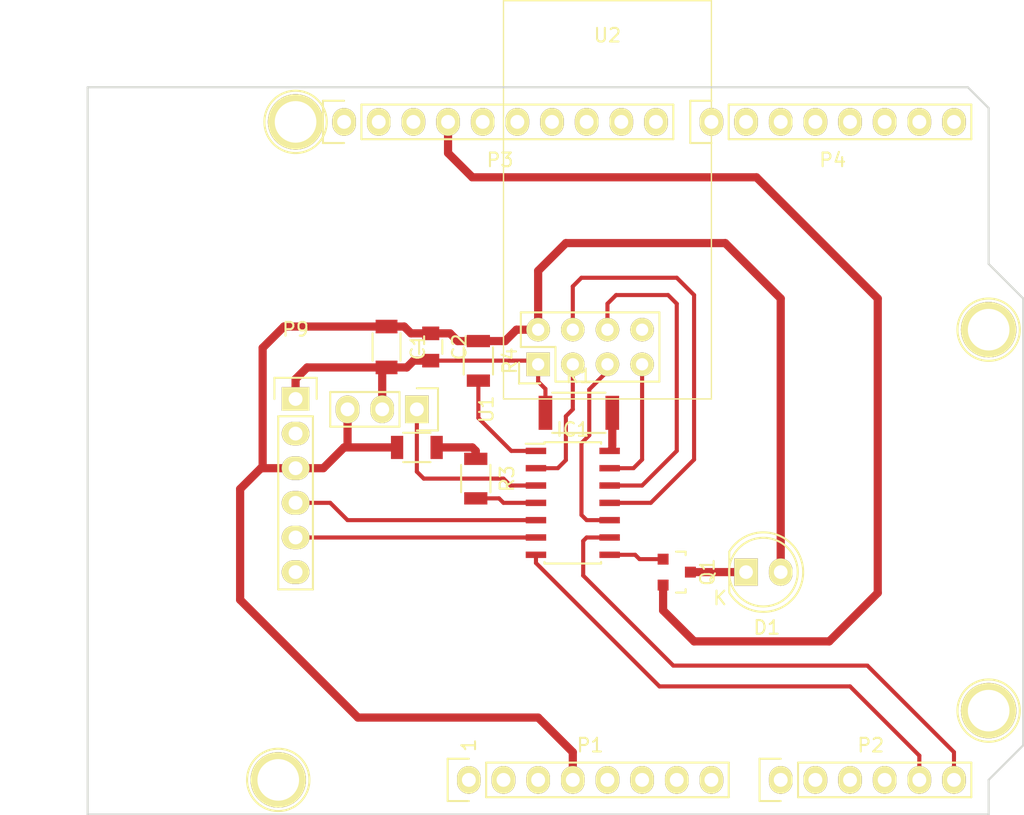
<source format=kicad_pcb>
(kicad_pcb (version 4) (host pcbnew 4.0.1-stable)

  (general
    (links 37)
    (no_connects 7)
    (area 104.572999 65.824999 182.746334 128.194)
    (thickness 1.6)
    (drawings 27)
    (tracks 120)
    (zones 0)
    (modules 20)
    (nets 19)
  )

  (page USLetter)
  (title_block
    (title ATtiny841UnoTestShield)
    (date 2016-11-29)
    (rev A)
    (company "MITTO DESIGN LLC")
    (comment 1 "Matthew Swarts")
  )

  (layers
    (0 F.Cu signal)
    (31 B.Cu signal)
    (32 B.Adhes user)
    (33 F.Adhes user)
    (34 B.Paste user)
    (35 F.Paste user)
    (36 B.SilkS user)
    (37 F.SilkS user)
    (38 B.Mask user)
    (39 F.Mask user)
    (40 Dwgs.User user)
    (41 Cmts.User user)
    (42 Eco1.User user)
    (43 Eco2.User user)
    (44 Edge.Cuts user)
    (45 Margin user)
    (46 B.CrtYd user)
    (47 F.CrtYd user)
    (48 B.Fab user)
    (49 F.Fab user)
  )

  (setup
    (last_trace_width 0.6)
    (user_trace_width 0.6)
    (trace_clearance 0.8)
    (zone_clearance 0.508)
    (zone_45_only no)
    (trace_min 0.2)
    (segment_width 0.15)
    (edge_width 0.15)
    (via_size 0.6)
    (via_drill 0.4)
    (via_min_size 0.4)
    (via_min_drill 0.3)
    (uvia_size 0.3)
    (uvia_drill 0.1)
    (uvias_allowed no)
    (uvia_min_size 0.2)
    (uvia_min_drill 0.1)
    (pcb_text_width 0.3)
    (pcb_text_size 1.5 1.5)
    (mod_edge_width 0.15)
    (mod_text_size 1 1)
    (mod_text_width 0.15)
    (pad_size 2 1.7272)
    (pad_drill 1.00076)
    (pad_to_mask_clearance 0)
    (aux_axis_origin 110.998 126.365)
    (grid_origin 110.998 126.365)
    (visible_elements 7FFFFFFF)
    (pcbplotparams
      (layerselection 0x01000_00000001)
      (usegerberextensions false)
      (excludeedgelayer true)
      (linewidth 0.100000)
      (plotframeref false)
      (viasonmask false)
      (mode 1)
      (useauxorigin false)
      (hpglpennumber 1)
      (hpglpenspeed 20)
      (hpglpendiameter 15)
      (hpglpenoverlay 2)
      (psnegative false)
      (psa4output false)
      (plotreference true)
      (plotvalue true)
      (plotinvisibletext false)
      (padsonsilk false)
      (subtractmaskfromsilk false)
      (outputformat 1)
      (mirror false)
      (drillshape 0)
      (scaleselection 1)
      (outputdirectory gerbers/))
  )

  (net 0 "")
  (net 1 GND)
  (net 2 V33)
  (net 3 VCC)
  (net 4 CE)
  (net 5 "Net-(IC1-Pad4)")
  (net 6 TXO)
  (net 7 RXI)
  (net 8 SCL)
  (net 9 RESET)
  (net 10 "Net-(D1-Pad1)")
  (net 11 IRINPUT)
  (net 12 SDA)
  (net 13 IRLED)
  (net 14 SCK_ALT)
  (net 15 SS_ALT)
  (net 16 MOSI_ALT)
  (net 17 MISO_ALT)
  (net 18 "Net-(R2-Pad2)")

  (net_class Default "This is the default net class."
    (clearance 0.8)
    (trace_width 0.3)
    (via_dia 0.6)
    (via_drill 0.4)
    (uvia_dia 0.3)
    (uvia_drill 0.1)
    (add_net CE)
    (add_net GND)
    (add_net IRINPUT)
    (add_net IRLED)
    (add_net MISO_ALT)
    (add_net MOSI_ALT)
    (add_net "Net-(D1-Pad1)")
    (add_net "Net-(IC1-Pad4)")
    (add_net "Net-(R2-Pad2)")
    (add_net RESET)
    (add_net RXI)
    (add_net SCK_ALT)
    (add_net SCL)
    (add_net SDA)
    (add_net SS_ALT)
    (add_net TXO)
    (add_net V33)
    (add_net VCC)
  )

  (module Socket_Arduino_Uno:Socket_Strip_Arduino_1x08 locked (layer F.Cu) (tedit 552168D2) (tstamp 551AF9EA)
    (at 138.938 123.825)
    (descr "Through hole socket strip")
    (tags "socket strip")
    (path /56D70129)
    (fp_text reference P1 (at 8.89 -2.54) (layer F.SilkS)
      (effects (font (size 1 1) (thickness 0.15)))
    )
    (fp_text value Power (at 8.89 -4.064) (layer F.Fab)
      (effects (font (size 1 1) (thickness 0.15)))
    )
    (fp_line (start -1.75 -1.75) (end -1.75 1.75) (layer F.CrtYd) (width 0.05))
    (fp_line (start 19.55 -1.75) (end 19.55 1.75) (layer F.CrtYd) (width 0.05))
    (fp_line (start -1.75 -1.75) (end 19.55 -1.75) (layer F.CrtYd) (width 0.05))
    (fp_line (start -1.75 1.75) (end 19.55 1.75) (layer F.CrtYd) (width 0.05))
    (fp_line (start 1.27 1.27) (end 19.05 1.27) (layer F.SilkS) (width 0.15))
    (fp_line (start 19.05 1.27) (end 19.05 -1.27) (layer F.SilkS) (width 0.15))
    (fp_line (start 19.05 -1.27) (end 1.27 -1.27) (layer F.SilkS) (width 0.15))
    (fp_line (start -1.55 1.55) (end 0 1.55) (layer F.SilkS) (width 0.15))
    (fp_line (start 1.27 1.27) (end 1.27 -1.27) (layer F.SilkS) (width 0.15))
    (fp_line (start 0 -1.55) (end -1.55 -1.55) (layer F.SilkS) (width 0.15))
    (fp_line (start -1.55 -1.55) (end -1.55 1.55) (layer F.SilkS) (width 0.15))
    (pad 1 thru_hole oval (at 0 0) (size 1.7272 2.032) (drill 1.016) (layers *.Cu *.Mask F.SilkS))
    (pad 2 thru_hole oval (at 2.54 0) (size 1.7272 2.032) (drill 1.016) (layers *.Cu *.Mask F.SilkS))
    (pad 3 thru_hole oval (at 5.08 0) (size 1.7272 2.032) (drill 1.016) (layers *.Cu *.Mask F.SilkS)
      (net 9 RESET))
    (pad 4 thru_hole oval (at 7.62 0) (size 1.7272 2.032) (drill 1.016) (layers *.Cu *.Mask F.SilkS)
      (net 2 V33))
    (pad 5 thru_hole oval (at 10.16 0) (size 1.7272 2.032) (drill 1.016) (layers *.Cu *.Mask F.SilkS)
      (net 3 VCC))
    (pad 6 thru_hole oval (at 12.7 0) (size 1.7272 2.032) (drill 1.016) (layers *.Cu *.Mask F.SilkS)
      (net 1 GND))
    (pad 7 thru_hole oval (at 15.24 0) (size 1.7272 2.032) (drill 1.016) (layers *.Cu *.Mask F.SilkS)
      (net 1 GND))
    (pad 8 thru_hole oval (at 17.78 0) (size 1.7272 2.032) (drill 1.016) (layers *.Cu *.Mask F.SilkS))
    (model ${KIPRJMOD}/Socket_Arduino_Uno.3dshapes/Socket_header_Arduino_1x08.wrl
      (at (xyz 0.35 0 0))
      (scale (xyz 1 1 1))
      (rotate (xyz 0 0 180))
    )
  )

  (module Socket_Arduino_Uno:Socket_Strip_Arduino_1x06 locked (layer F.Cu) (tedit 552168D6) (tstamp 551AF9FF)
    (at 161.798 123.825)
    (descr "Through hole socket strip")
    (tags "socket strip")
    (path /56D70DD8)
    (fp_text reference P2 (at 6.604 -2.54) (layer F.SilkS)
      (effects (font (size 1 1) (thickness 0.15)))
    )
    (fp_text value Analog (at 6.604 -4.064) (layer F.Fab)
      (effects (font (size 1 1) (thickness 0.15)))
    )
    (fp_line (start -1.75 -1.75) (end -1.75 1.75) (layer F.CrtYd) (width 0.05))
    (fp_line (start 14.45 -1.75) (end 14.45 1.75) (layer F.CrtYd) (width 0.05))
    (fp_line (start -1.75 -1.75) (end 14.45 -1.75) (layer F.CrtYd) (width 0.05))
    (fp_line (start -1.75 1.75) (end 14.45 1.75) (layer F.CrtYd) (width 0.05))
    (fp_line (start 1.27 1.27) (end 13.97 1.27) (layer F.SilkS) (width 0.15))
    (fp_line (start 13.97 1.27) (end 13.97 -1.27) (layer F.SilkS) (width 0.15))
    (fp_line (start 13.97 -1.27) (end 1.27 -1.27) (layer F.SilkS) (width 0.15))
    (fp_line (start -1.55 1.55) (end 0 1.55) (layer F.SilkS) (width 0.15))
    (fp_line (start 1.27 1.27) (end 1.27 -1.27) (layer F.SilkS) (width 0.15))
    (fp_line (start 0 -1.55) (end -1.55 -1.55) (layer F.SilkS) (width 0.15))
    (fp_line (start -1.55 -1.55) (end -1.55 1.55) (layer F.SilkS) (width 0.15))
    (pad 1 thru_hole oval (at 0 0) (size 1.7272 2.032) (drill 1.016) (layers *.Cu *.Mask F.SilkS))
    (pad 2 thru_hole oval (at 2.54 0) (size 1.7272 2.032) (drill 1.016) (layers *.Cu *.Mask F.SilkS))
    (pad 3 thru_hole oval (at 5.08 0) (size 1.7272 2.032) (drill 1.016) (layers *.Cu *.Mask F.SilkS))
    (pad 4 thru_hole oval (at 7.62 0) (size 1.7272 2.032) (drill 1.016) (layers *.Cu *.Mask F.SilkS))
    (pad 5 thru_hole oval (at 10.16 0) (size 1.7272 2.032) (drill 1.016) (layers *.Cu *.Mask F.SilkS)
      (net 12 SDA))
    (pad 6 thru_hole oval (at 12.7 0) (size 1.7272 2.032) (drill 1.016) (layers *.Cu *.Mask F.SilkS)
      (net 8 SCL))
    (model ${KIPRJMOD}/Socket_Arduino_Uno.3dshapes/Socket_header_Arduino_1x06.wrl
      (at (xyz 0.25 0 0))
      (scale (xyz 1 1 1))
      (rotate (xyz 0 0 180))
    )
  )

  (module Socket_Arduino_Uno:Socket_Strip_Arduino_1x10 locked (layer F.Cu) (tedit 552168BF) (tstamp 551AFA18)
    (at 129.794 75.565)
    (descr "Through hole socket strip")
    (tags "socket strip")
    (path /56D721E0)
    (fp_text reference P3 (at 11.43 2.794) (layer F.SilkS)
      (effects (font (size 1 1) (thickness 0.15)))
    )
    (fp_text value Digital (at 11.43 4.318) (layer F.Fab)
      (effects (font (size 1 1) (thickness 0.15)))
    )
    (fp_line (start -1.75 -1.75) (end -1.75 1.75) (layer F.CrtYd) (width 0.05))
    (fp_line (start 24.65 -1.75) (end 24.65 1.75) (layer F.CrtYd) (width 0.05))
    (fp_line (start -1.75 -1.75) (end 24.65 -1.75) (layer F.CrtYd) (width 0.05))
    (fp_line (start -1.75 1.75) (end 24.65 1.75) (layer F.CrtYd) (width 0.05))
    (fp_line (start 1.27 1.27) (end 24.13 1.27) (layer F.SilkS) (width 0.15))
    (fp_line (start 24.13 1.27) (end 24.13 -1.27) (layer F.SilkS) (width 0.15))
    (fp_line (start 24.13 -1.27) (end 1.27 -1.27) (layer F.SilkS) (width 0.15))
    (fp_line (start -1.55 1.55) (end 0 1.55) (layer F.SilkS) (width 0.15))
    (fp_line (start 1.27 1.27) (end 1.27 -1.27) (layer F.SilkS) (width 0.15))
    (fp_line (start 0 -1.55) (end -1.55 -1.55) (layer F.SilkS) (width 0.15))
    (fp_line (start -1.55 -1.55) (end -1.55 1.55) (layer F.SilkS) (width 0.15))
    (pad 1 thru_hole oval (at 0 0) (size 1.7272 2.032) (drill 1.016) (layers *.Cu *.Mask F.SilkS)
      (net 8 SCL))
    (pad 2 thru_hole oval (at 2.54 0) (size 1.7272 2.032) (drill 1.016) (layers *.Cu *.Mask F.SilkS)
      (net 12 SDA))
    (pad 3 thru_hole oval (at 5.08 0) (size 1.7272 2.032) (drill 1.016) (layers *.Cu *.Mask F.SilkS))
    (pad 4 thru_hole oval (at 7.62 0) (size 1.7272 2.032) (drill 1.016) (layers *.Cu *.Mask F.SilkS)
      (net 1 GND))
    (pad 5 thru_hole oval (at 10.16 0) (size 1.7272 2.032) (drill 1.016) (layers *.Cu *.Mask F.SilkS))
    (pad 6 thru_hole oval (at 12.7 0) (size 1.7272 2.032) (drill 1.016) (layers *.Cu *.Mask F.SilkS))
    (pad 7 thru_hole oval (at 15.24 0) (size 1.7272 2.032) (drill 1.016) (layers *.Cu *.Mask F.SilkS))
    (pad 8 thru_hole oval (at 17.78 0) (size 1.7272 2.032) (drill 1.016) (layers *.Cu *.Mask F.SilkS))
    (pad 9 thru_hole oval (at 20.32 0) (size 1.7272 2.032) (drill 1.016) (layers *.Cu *.Mask F.SilkS))
    (pad 10 thru_hole oval (at 22.86 0) (size 1.7272 2.032) (drill 1.016) (layers *.Cu *.Mask F.SilkS))
    (model ${KIPRJMOD}/Socket_Arduino_Uno.3dshapes/Socket_header_Arduino_1x10.wrl
      (at (xyz 0.45 0 0))
      (scale (xyz 1 1 1))
      (rotate (xyz 0 0 180))
    )
  )

  (module Socket_Arduino_Uno:Socket_Strip_Arduino_1x08 locked (layer F.Cu) (tedit 552168C7) (tstamp 551AFA2F)
    (at 156.718 75.565)
    (descr "Through hole socket strip")
    (tags "socket strip")
    (path /56D7164F)
    (fp_text reference P4 (at 8.89 2.794) (layer F.SilkS)
      (effects (font (size 1 1) (thickness 0.15)))
    )
    (fp_text value Digital (at 8.89 4.318) (layer F.Fab)
      (effects (font (size 1 1) (thickness 0.15)))
    )
    (fp_line (start -1.75 -1.75) (end -1.75 1.75) (layer F.CrtYd) (width 0.05))
    (fp_line (start 19.55 -1.75) (end 19.55 1.75) (layer F.CrtYd) (width 0.05))
    (fp_line (start -1.75 -1.75) (end 19.55 -1.75) (layer F.CrtYd) (width 0.05))
    (fp_line (start -1.75 1.75) (end 19.55 1.75) (layer F.CrtYd) (width 0.05))
    (fp_line (start 1.27 1.27) (end 19.05 1.27) (layer F.SilkS) (width 0.15))
    (fp_line (start 19.05 1.27) (end 19.05 -1.27) (layer F.SilkS) (width 0.15))
    (fp_line (start 19.05 -1.27) (end 1.27 -1.27) (layer F.SilkS) (width 0.15))
    (fp_line (start -1.55 1.55) (end 0 1.55) (layer F.SilkS) (width 0.15))
    (fp_line (start 1.27 1.27) (end 1.27 -1.27) (layer F.SilkS) (width 0.15))
    (fp_line (start 0 -1.55) (end -1.55 -1.55) (layer F.SilkS) (width 0.15))
    (fp_line (start -1.55 -1.55) (end -1.55 1.55) (layer F.SilkS) (width 0.15))
    (pad 1 thru_hole oval (at 0 0) (size 1.7272 2.032) (drill 1.016) (layers *.Cu *.Mask F.SilkS))
    (pad 2 thru_hole oval (at 2.54 0) (size 1.7272 2.032) (drill 1.016) (layers *.Cu *.Mask F.SilkS))
    (pad 3 thru_hole oval (at 5.08 0) (size 1.7272 2.032) (drill 1.016) (layers *.Cu *.Mask F.SilkS))
    (pad 4 thru_hole oval (at 7.62 0) (size 1.7272 2.032) (drill 1.016) (layers *.Cu *.Mask F.SilkS))
    (pad 5 thru_hole oval (at 10.16 0) (size 1.7272 2.032) (drill 1.016) (layers *.Cu *.Mask F.SilkS))
    (pad 6 thru_hole oval (at 12.7 0) (size 1.7272 2.032) (drill 1.016) (layers *.Cu *.Mask F.SilkS))
    (pad 7 thru_hole oval (at 15.24 0) (size 1.7272 2.032) (drill 1.016) (layers *.Cu *.Mask F.SilkS))
    (pad 8 thru_hole oval (at 17.78 0) (size 1.7272 2.032) (drill 1.016) (layers *.Cu *.Mask F.SilkS))
    (model ${KIPRJMOD}/Socket_Arduino_Uno.3dshapes/Socket_header_Arduino_1x08.wrl
      (at (xyz 0.35 0 0))
      (scale (xyz 1 1 1))
      (rotate (xyz 0 0 180))
    )
  )

  (module Socket_Arduino_Uno:Arduino_1pin locked (layer F.Cu) (tedit 5524FC39) (tstamp 5524FC3F)
    (at 124.968 123.825)
    (descr "module 1 pin (ou trou mecanique de percage)")
    (tags DEV)
    (path /56D71177)
    (fp_text reference P5 (at 0 -3.048) (layer F.SilkS) hide
      (effects (font (size 1 1) (thickness 0.15)))
    )
    (fp_text value CONN_01X01 (at 0 2.794) (layer F.Fab) hide
      (effects (font (size 1 1) (thickness 0.15)))
    )
    (fp_circle (center 0 0) (end 0 -2.286) (layer F.SilkS) (width 0.15))
    (pad 1 thru_hole circle (at 0 0) (size 4.064 4.064) (drill 3.048) (layers *.Cu *.Mask F.SilkS))
  )

  (module Socket_Arduino_Uno:Arduino_1pin locked (layer F.Cu) (tedit 5524FC4A) (tstamp 5524FC44)
    (at 177.038 118.745)
    (descr "module 1 pin (ou trou mecanique de percage)")
    (tags DEV)
    (path /56D71274)
    (fp_text reference P6 (at 0 -3.048) (layer F.SilkS) hide
      (effects (font (size 1 1) (thickness 0.15)))
    )
    (fp_text value CONN_01X01 (at 0 2.794) (layer F.Fab) hide
      (effects (font (size 1 1) (thickness 0.15)))
    )
    (fp_circle (center 0 0) (end 0 -2.286) (layer F.SilkS) (width 0.15))
    (pad 1 thru_hole circle (at 0 0) (size 4.064 4.064) (drill 3.048) (layers *.Cu *.Mask F.SilkS))
  )

  (module Socket_Arduino_Uno:Arduino_1pin locked (layer F.Cu) (tedit 5524FC2F) (tstamp 5524FC49)
    (at 126.238 75.565)
    (descr "module 1 pin (ou trou mecanique de percage)")
    (tags DEV)
    (path /56D712A8)
    (fp_text reference P7 (at 0 -3.048) (layer F.SilkS) hide
      (effects (font (size 1 1) (thickness 0.15)))
    )
    (fp_text value CONN_01X01 (at 0 2.794) (layer F.Fab) hide
      (effects (font (size 1 1) (thickness 0.15)))
    )
    (fp_circle (center 0 0) (end 0 -2.286) (layer F.SilkS) (width 0.15))
    (pad 1 thru_hole circle (at 0 0) (size 4.064 4.064) (drill 3.048) (layers *.Cu *.Mask F.SilkS))
  )

  (module Socket_Arduino_Uno:Arduino_1pin locked (layer F.Cu) (tedit 5524FC41) (tstamp 5524FC4E)
    (at 177.038 90.805)
    (descr "module 1 pin (ou trou mecanique de percage)")
    (tags DEV)
    (path /56D712DB)
    (fp_text reference P8 (at 0 -3.048) (layer F.SilkS) hide
      (effects (font (size 1 1) (thickness 0.15)))
    )
    (fp_text value CONN_01X01 (at 0 2.794) (layer F.Fab) hide
      (effects (font (size 1 1) (thickness 0.15)))
    )
    (fp_circle (center 0 0) (end 0 -2.286) (layer F.SilkS) (width 0.15))
    (pad 1 thru_hole circle (at 0 0) (size 4.064 4.064) (drill 3.048) (layers *.Cu *.Mask F.SilkS))
  )

  (module Capacitors_SMD:C_1206 (layer F.Cu) (tedit 5415D7BD) (tstamp 5805C73D)
    (at 132.9055 92.075 270)
    (descr "Capacitor SMD 1206, reflow soldering, AVX (see smccp.pdf)")
    (tags "capacitor 1206")
    (path /5806C88E)
    (attr smd)
    (fp_text reference C1 (at 0 -2.3 270) (layer F.SilkS)
      (effects (font (size 1 1) (thickness 0.15)))
    )
    (fp_text value 10uF (at 0 2.3 270) (layer F.Fab)
      (effects (font (size 1 1) (thickness 0.15)))
    )
    (fp_line (start -2.3 -1.15) (end 2.3 -1.15) (layer F.CrtYd) (width 0.05))
    (fp_line (start -2.3 1.15) (end 2.3 1.15) (layer F.CrtYd) (width 0.05))
    (fp_line (start -2.3 -1.15) (end -2.3 1.15) (layer F.CrtYd) (width 0.05))
    (fp_line (start 2.3 -1.15) (end 2.3 1.15) (layer F.CrtYd) (width 0.05))
    (fp_line (start 1 -1.025) (end -1 -1.025) (layer F.SilkS) (width 0.15))
    (fp_line (start -1 1.025) (end 1 1.025) (layer F.SilkS) (width 0.15))
    (pad 1 smd rect (at -1.5 0 270) (size 1 1.6) (layers F.Cu F.Paste F.Mask)
      (net 2 V33))
    (pad 2 smd rect (at 1.5 0 270) (size 1 1.6) (layers F.Cu F.Paste F.Mask)
      (net 1 GND))
    (model Capacitors_SMD.3dshapes/C_1206.wrl
      (at (xyz 0 0 0))
      (scale (xyz 1 1 1))
      (rotate (xyz 0 0 0))
    )
  )

  (module Capacitors_SMD:C_0805 (layer F.Cu) (tedit 5415D6EA) (tstamp 5805C743)
    (at 136.144 92.075 270)
    (descr "Capacitor SMD 0805, reflow soldering, AVX (see smccp.pdf)")
    (tags "capacitor 0805")
    (path /5806C689)
    (attr smd)
    (fp_text reference C2 (at 0 -2.1 270) (layer F.SilkS)
      (effects (font (size 1 1) (thickness 0.15)))
    )
    (fp_text value 0.1uF (at 0 2.1 270) (layer F.Fab)
      (effects (font (size 1 1) (thickness 0.15)))
    )
    (fp_line (start -1.8 -1) (end 1.8 -1) (layer F.CrtYd) (width 0.05))
    (fp_line (start -1.8 1) (end 1.8 1) (layer F.CrtYd) (width 0.05))
    (fp_line (start -1.8 -1) (end -1.8 1) (layer F.CrtYd) (width 0.05))
    (fp_line (start 1.8 -1) (end 1.8 1) (layer F.CrtYd) (width 0.05))
    (fp_line (start 0.5 -0.85) (end -0.5 -0.85) (layer F.SilkS) (width 0.15))
    (fp_line (start -0.5 0.85) (end 0.5 0.85) (layer F.SilkS) (width 0.15))
    (pad 1 smd rect (at -1 0 270) (size 1 1.25) (layers F.Cu F.Paste F.Mask)
      (net 2 V33))
    (pad 2 smd rect (at 1 0 270) (size 1 1.25) (layers F.Cu F.Paste F.Mask)
      (net 1 GND))
    (model Capacitors_SMD.3dshapes/C_0805.wrl
      (at (xyz 0 0 0))
      (scale (xyz 1 1 1))
      (rotate (xyz 0 0 0))
    )
  )

  (module Pin_Headers:Pin_Header_Straight_1x06 (layer F.Cu) (tedit 0) (tstamp 5805C771)
    (at 126.238 95.885)
    (descr "Through hole pin header")
    (tags "pin header")
    (path /58067939)
    (fp_text reference P9 (at 0 -5.1) (layer F.SilkS)
      (effects (font (size 1 1) (thickness 0.15)))
    )
    (fp_text value FTDI (at 0 -3.1) (layer F.Fab)
      (effects (font (size 1 1) (thickness 0.15)))
    )
    (fp_line (start -1.75 -1.75) (end -1.75 14.45) (layer F.CrtYd) (width 0.05))
    (fp_line (start 1.75 -1.75) (end 1.75 14.45) (layer F.CrtYd) (width 0.05))
    (fp_line (start -1.75 -1.75) (end 1.75 -1.75) (layer F.CrtYd) (width 0.05))
    (fp_line (start -1.75 14.45) (end 1.75 14.45) (layer F.CrtYd) (width 0.05))
    (fp_line (start 1.27 1.27) (end 1.27 13.97) (layer F.SilkS) (width 0.15))
    (fp_line (start 1.27 13.97) (end -1.27 13.97) (layer F.SilkS) (width 0.15))
    (fp_line (start -1.27 13.97) (end -1.27 1.27) (layer F.SilkS) (width 0.15))
    (fp_line (start 1.55 -1.55) (end 1.55 0) (layer F.SilkS) (width 0.15))
    (fp_line (start 1.27 1.27) (end -1.27 1.27) (layer F.SilkS) (width 0.15))
    (fp_line (start -1.55 0) (end -1.55 -1.55) (layer F.SilkS) (width 0.15))
    (fp_line (start -1.55 -1.55) (end 1.55 -1.55) (layer F.SilkS) (width 0.15))
    (pad 1 thru_hole rect (at 0 0) (size 2.032 1.7272) (drill 1.016) (layers *.Cu *.Mask F.SilkS)
      (net 1 GND))
    (pad 2 thru_hole oval (at 0 2.54) (size 2.032 1.7272) (drill 1.016) (layers *.Cu *.Mask F.SilkS))
    (pad 3 thru_hole oval (at 0 5.08) (size 2.032 1.7272) (drill 1.016) (layers *.Cu *.Mask F.SilkS)
      (net 2 V33))
    (pad 4 thru_hole oval (at 0 7.62) (size 2.032 1.7272) (drill 1.016) (layers *.Cu *.Mask F.SilkS)
      (net 6 TXO))
    (pad 5 thru_hole oval (at 0 10.16) (size 2.032 1.7272) (drill 1.016) (layers *.Cu *.Mask F.SilkS)
      (net 7 RXI))
    (pad 6 thru_hole oval (at 0 12.7) (size 2.032 1.7272) (drill 1.016) (layers *.Cu *.Mask F.SilkS))
    (model Pin_Headers.3dshapes/Pin_Header_Straight_1x06.wrl
      (at (xyz 0 -0.25 0))
      (scale (xyz 1 1 1))
      (rotate (xyz 0 0 90))
    )
  )

  (module TO_SOT_Packages_SMD:SOT-23 (layer F.Cu) (tedit 553634F8) (tstamp 5805C782)
    (at 154.178 108.585 270)
    (descr "SOT-23, Standard")
    (tags SOT-23)
    (path /5806D849)
    (attr smd)
    (fp_text reference Q1 (at 0 -2.25 270) (layer F.SilkS)
      (effects (font (size 1 1) (thickness 0.15)))
    )
    (fp_text value BSS138 (at 0 2.3 270) (layer F.Fab)
      (effects (font (size 1 1) (thickness 0.15)))
    )
    (fp_line (start -1.65 -1.6) (end 1.65 -1.6) (layer F.CrtYd) (width 0.05))
    (fp_line (start 1.65 -1.6) (end 1.65 1.6) (layer F.CrtYd) (width 0.05))
    (fp_line (start 1.65 1.6) (end -1.65 1.6) (layer F.CrtYd) (width 0.05))
    (fp_line (start -1.65 1.6) (end -1.65 -1.6) (layer F.CrtYd) (width 0.05))
    (fp_line (start 1.29916 -0.65024) (end 1.2509 -0.65024) (layer F.SilkS) (width 0.15))
    (fp_line (start -1.49982 0.0508) (end -1.49982 -0.65024) (layer F.SilkS) (width 0.15))
    (fp_line (start -1.49982 -0.65024) (end -1.2509 -0.65024) (layer F.SilkS) (width 0.15))
    (fp_line (start 1.29916 -0.65024) (end 1.49982 -0.65024) (layer F.SilkS) (width 0.15))
    (fp_line (start 1.49982 -0.65024) (end 1.49982 0.0508) (layer F.SilkS) (width 0.15))
    (pad 1 smd rect (at -0.95 1.00076 270) (size 0.8001 0.8001) (layers F.Cu F.Paste F.Mask)
      (net 13 IRLED))
    (pad 2 smd rect (at 0.95 1.00076 270) (size 0.8001 0.8001) (layers F.Cu F.Paste F.Mask)
      (net 1 GND))
    (pad 3 smd rect (at 0 -0.99822 270) (size 0.8001 0.8001) (layers F.Cu F.Paste F.Mask)
      (net 10 "Net-(D1-Pad1)"))
    (model TO_SOT_Packages_SMD.3dshapes/SOT-23.wrl
      (at (xyz 0 0 0))
      (scale (xyz 1 1 1))
      (rotate (xyz 0 0 0))
    )
  )

  (module Resistors_SMD:R_1206 (layer F.Cu) (tedit 5415CFA7) (tstamp 5805C794)
    (at 139.446 101.727 270)
    (descr "Resistor SMD 1206, reflow soldering, Vishay (see dcrcw.pdf)")
    (tags "resistor 1206")
    (path /58068291)
    (attr smd)
    (fp_text reference R3 (at 0 -2.3 270) (layer F.SilkS)
      (effects (font (size 1 1) (thickness 0.15)))
    )
    (fp_text value 10K (at 0 2.3 270) (layer F.Fab)
      (effects (font (size 1 1) (thickness 0.15)))
    )
    (fp_line (start -2.2 -1.2) (end 2.2 -1.2) (layer F.CrtYd) (width 0.05))
    (fp_line (start -2.2 1.2) (end 2.2 1.2) (layer F.CrtYd) (width 0.05))
    (fp_line (start -2.2 -1.2) (end -2.2 1.2) (layer F.CrtYd) (width 0.05))
    (fp_line (start 2.2 -1.2) (end 2.2 1.2) (layer F.CrtYd) (width 0.05))
    (fp_line (start 1 1.075) (end -1 1.075) (layer F.SilkS) (width 0.15))
    (fp_line (start -1 -1.075) (end 1 -1.075) (layer F.SilkS) (width 0.15))
    (pad 1 smd rect (at -1.45 0 270) (size 0.9 1.7) (layers F.Cu F.Paste F.Mask)
      (net 18 "Net-(R2-Pad2)"))
    (pad 2 smd rect (at 1.45 0 270) (size 0.9 1.7) (layers F.Cu F.Paste F.Mask)
      (net 5 "Net-(IC1-Pad4)"))
    (model Resistors_SMD.3dshapes/R_1206.wrl
      (at (xyz 0 0 0))
      (scale (xyz 1 1 1))
      (rotate (xyz 0 0 0))
    )
  )

  (module Pin_Headers:Pin_Header_Straight_1x03 (layer F.Cu) (tedit 58060E3A) (tstamp 5805C79B)
    (at 135.128 96.647 270)
    (descr "Through hole pin header")
    (tags "pin header")
    (path /5806EC28)
    (fp_text reference U1 (at 0 -5.1 270) (layer F.SilkS)
      (effects (font (size 1 1) (thickness 0.15)))
    )
    (fp_text value VS18388 (at 0 -3.1 270) (layer F.Fab)
      (effects (font (size 1 1) (thickness 0.15)))
    )
    (fp_line (start -1.75 -1.75) (end -1.75 6.85) (layer F.CrtYd) (width 0.05))
    (fp_line (start 1.75 -1.75) (end 1.75 6.85) (layer F.CrtYd) (width 0.05))
    (fp_line (start -1.75 -1.75) (end 1.75 -1.75) (layer F.CrtYd) (width 0.05))
    (fp_line (start -1.75 6.85) (end 1.75 6.85) (layer F.CrtYd) (width 0.05))
    (fp_line (start -1.27 1.27) (end -1.27 6.35) (layer F.SilkS) (width 0.15))
    (fp_line (start -1.27 6.35) (end 1.27 6.35) (layer F.SilkS) (width 0.15))
    (fp_line (start 1.27 6.35) (end 1.27 1.27) (layer F.SilkS) (width 0.15))
    (fp_line (start 1.55 -1.55) (end 1.55 0) (layer F.SilkS) (width 0.15))
    (fp_line (start 1.27 1.27) (end -1.27 1.27) (layer F.SilkS) (width 0.15))
    (fp_line (start -1.55 0) (end -1.55 -1.55) (layer F.SilkS) (width 0.15))
    (fp_line (start -1.55 -1.55) (end 1.55 -1.55) (layer F.SilkS) (width 0.15))
    (pad 1 thru_hole rect (at 0 0 270) (size 2.032 1.7272) (drill 1.016) (layers *.Cu *.Mask F.SilkS)
      (net 11 IRINPUT))
    (pad 2 thru_hole oval (at 0 2.54 270) (size 2.032 1.7272) (drill 1.016) (layers *.Cu *.Mask F.SilkS)
      (net 1 GND))
    (pad 3 thru_hole oval (at 0 5.08 270) (size 2.032 1.7272) (drill 1.016) (layers *.Cu *.Mask F.SilkS)
      (net 2 V33))
    (model Pin_Headers.3dshapes/Pin_Header_Straight_1x03.wrl
      (at (xyz 0 -0.1 0))
      (scale (xyz 1 1 1))
      (rotate (xyz 0 0 90))
    )
  )

  (module MyKiCadParts:NRF24L01+ (layer F.Cu) (tedit 57EBA68D) (tstamp 5805C7A7)
    (at 144.018 93.345 90)
    (descr "Through hole pin header")
    (tags "pin header")
    (path /5806A8A5)
    (fp_text reference U2 (at 24.13 5.08 180) (layer F.SilkS)
      (effects (font (size 1 1) (thickness 0.15)))
    )
    (fp_text value NRF24L01+ (at 25.4 5.08 180) (layer F.Fab)
      (effects (font (size 1 1) (thickness 0.15)))
    )
    (fp_line (start -2.54 -2.54) (end 26.67 -2.54) (layer F.SilkS) (width 0.1))
    (fp_line (start 26.67 -2.54) (end 26.67 12.7) (layer F.SilkS) (width 0.1))
    (fp_line (start 26.67 12.7) (end -2.54 12.7) (layer F.SilkS) (width 0.1))
    (fp_line (start -2.54 -2.54) (end -2.54 12.7) (layer F.SilkS) (width 0.1))
    (fp_line (start -1.75 -1.75) (end -1.75 9.4) (layer F.CrtYd) (width 0.05))
    (fp_line (start 4.3 -1.75) (end 4.3 9.4) (layer F.CrtYd) (width 0.05))
    (fp_line (start -1.75 -1.75) (end 4.3 -1.75) (layer F.CrtYd) (width 0.05))
    (fp_line (start -1.75 9.4) (end 4.3 9.4) (layer F.CrtYd) (width 0.05))
    (fp_line (start -1.27 1.27) (end -1.27 8.89) (layer F.SilkS) (width 0.15))
    (fp_line (start -1.27 8.89) (end 3.81 8.89) (layer F.SilkS) (width 0.15))
    (fp_line (start 3.81 8.89) (end 3.81 -1.27) (layer F.SilkS) (width 0.15))
    (fp_line (start 3.81 -1.27) (end 1.27 -1.27) (layer F.SilkS) (width 0.15))
    (fp_line (start 0.127 -1.3976) (end -1.423 -1.3976) (layer F.SilkS) (width 0.15))
    (fp_line (start 1.27 -1.27) (end 1.27 1.27) (layer F.SilkS) (width 0.15))
    (fp_line (start 1.27 1.27) (end -1.27 1.27) (layer F.SilkS) (width 0.15))
    (fp_line (start -1.3976 -1.3976) (end -1.3976 0.1524) (layer F.SilkS) (width 0.15))
    (pad 1 thru_hole rect (at 0 0 90) (size 1.7272 1.7272) (drill 0.9) (layers *.Cu *.Mask F.SilkS)
      (net 1 GND))
    (pad 2 thru_hole oval (at 2.54 0 90) (size 1.7272 1.7272) (drill 0.9) (layers *.Cu *.Mask F.SilkS)
      (net 2 V33))
    (pad 3 thru_hole oval (at 0 2.54 90) (size 1.7272 1.7272) (drill 0.9) (layers *.Cu *.Mask F.SilkS)
      (net 4 CE))
    (pad 4 thru_hole oval (at 2.54 2.54 90) (size 1.7272 1.7272) (drill 0.9) (layers *.Cu *.Mask F.SilkS)
      (net 15 SS_ALT))
    (pad 5 thru_hole oval (at 0 5.08 90) (size 1.7272 1.7272) (drill 0.9) (layers *.Cu *.Mask F.SilkS)
      (net 14 SCK_ALT))
    (pad 6 thru_hole oval (at 2.54 5.08 90) (size 1.7272 1.7272) (drill 0.9) (layers *.Cu *.Mask F.SilkS)
      (net 16 MOSI_ALT))
    (pad 7 thru_hole oval (at 0 7.62 90) (size 1.7272 1.7272) (drill 0.9) (layers *.Cu *.Mask F.SilkS)
      (net 17 MISO_ALT))
    (pad 8 thru_hole oval (at 2.54 7.62 90) (size 1.7272 1.7272) (drill 0.9) (layers *.Cu *.Mask F.SilkS))
    (model Pin_Headers.3dshapes/Pin_Header_Straight_2x04.wrl
      (at (xyz 0.05 -0.15 0))
      (scale (xyz 1 1 1))
      (rotate (xyz 0 0 90))
    )
  )

  (module LEDs:LED-5MM (layer F.Cu) (tedit 58060E50) (tstamp 5805C8BA)
    (at 159.258 108.585)
    (descr "LED 5mm round vertical")
    (tags "LED 5mm round vertical")
    (path /5806D892)
    (fp_text reference D1 (at 1.524 4.064) (layer F.SilkS)
      (effects (font (size 1 1) (thickness 0.15)))
    )
    (fp_text value LED (at 1.524 -3.937) (layer F.Fab)
      (effects (font (size 1 1) (thickness 0.15)))
    )
    (fp_line (start -1.5 -1.55) (end -1.5 1.55) (layer F.CrtYd) (width 0.05))
    (fp_arc (start 1.3 0) (end -1.5 1.55) (angle -302) (layer F.CrtYd) (width 0.05))
    (fp_arc (start 1.27 0) (end -1.23 -1.5) (angle 297.5) (layer F.SilkS) (width 0.15))
    (fp_line (start -1.23 1.5) (end -1.23 -1.5) (layer F.SilkS) (width 0.15))
    (fp_circle (center 1.27 0) (end 0.97 -2.5) (layer F.SilkS) (width 0.15))
    (fp_text user K (at -1.905 1.905) (layer F.SilkS)
      (effects (font (size 1 1) (thickness 0.15)))
    )
    (pad 1 thru_hole rect (at 0 0 90) (size 2 1.7272) (drill 1.00076) (layers *.Cu *.Mask F.SilkS)
      (net 10 "Net-(D1-Pad1)"))
    (pad 2 thru_hole oval (at 2.54 0) (size 1.7272 2) (drill 1.00076) (layers *.Cu *.Mask F.SilkS)
      (net 2 V33))
    (model LEDs.3dshapes/LED-5MM.wrl
      (at (xyz 0.05 0 0))
      (scale (xyz 1 1 1))
      (rotate (xyz 0 0 90))
    )
  )

  (module MyKiCadParts:SOIC-14-N-80 (layer F.Cu) (tedit 58078F02) (tstamp 583DF093)
    (at 146.558 103.505)
    (descr "14-Lead Plastic Small Outline (SL) - Narrow, 3.90 mm Body [SOIC] (see Microchip Packaging Specification 00000049BS.pdf)")
    (tags "SOIC 1.27 0.8mm")
    (path /580676EB)
    (attr smd)
    (fp_text reference IC1 (at 0 -5.375) (layer F.SilkS)
      (effects (font (size 1 1) (thickness 0.15)))
    )
    (fp_text value ATTINY841-SSU (at 0 5.375) (layer F.Fab)
      (effects (font (size 1 1) (thickness 0.15)))
    )
    (fp_line (start -3.7 -4.65) (end -3.7 4.65) (layer F.CrtYd) (width 0.05))
    (fp_line (start 3.7 -4.65) (end 3.7 4.65) (layer F.CrtYd) (width 0.05))
    (fp_line (start -3.7 -4.65) (end 3.7 -4.65) (layer F.CrtYd) (width 0.05))
    (fp_line (start -3.7 4.65) (end 3.7 4.65) (layer F.CrtYd) (width 0.05))
    (fp_line (start -2.075 -4.45) (end -2.075 -4.335) (layer F.SilkS) (width 0.15))
    (fp_line (start 2.075 -4.45) (end 2.075 -4.335) (layer F.SilkS) (width 0.15))
    (fp_line (start 2.075 4.45) (end 2.075 4.335) (layer F.SilkS) (width 0.15))
    (fp_line (start -2.075 4.45) (end -2.075 4.335) (layer F.SilkS) (width 0.15))
    (fp_line (start -2.075 -4.45) (end 2.075 -4.45) (layer F.SilkS) (width 0.15))
    (fp_line (start -2.075 4.45) (end 2.075 4.45) (layer F.SilkS) (width 0.15))
    (fp_line (start -2.075 -4.335) (end -3.45 -4.335) (layer F.SilkS) (width 0.15))
    (pad 1 smd rect (at -2.7 -3.81) (size 1.5 0.47) (layers F.Cu F.Paste F.Mask)
      (net 2 V33))
    (pad 2 smd rect (at -2.7 -2.54) (size 1.5 0.47) (layers F.Cu F.Paste F.Mask)
      (net 4 CE))
    (pad 3 smd rect (at -2.7 -1.27) (size 1.5 0.47) (layers F.Cu F.Paste F.Mask)
      (net 11 IRINPUT))
    (pad 4 smd rect (at -2.7 0) (size 1.5 0.47) (layers F.Cu F.Paste F.Mask)
      (net 5 "Net-(IC1-Pad4)"))
    (pad 5 smd rect (at -2.7 1.27) (size 1.5 0.47) (layers F.Cu F.Paste F.Mask)
      (net 6 TXO))
    (pad 6 smd rect (at -2.7 2.54) (size 1.5 0.47) (layers F.Cu F.Paste F.Mask)
      (net 7 RXI))
    (pad 7 smd rect (at -2.7 3.81) (size 1.5 0.47) (layers F.Cu F.Paste F.Mask)
      (net 12 SDA))
    (pad 8 smd rect (at 2.7 3.81) (size 1.5 0.47) (layers F.Cu F.Paste F.Mask)
      (net 13 IRLED))
    (pad 9 smd rect (at 2.7 2.54) (size 1.5 0.47) (layers F.Cu F.Paste F.Mask)
      (net 8 SCL))
    (pad 10 smd rect (at 2.7 1.27) (size 1.5 0.47) (layers F.Cu F.Paste F.Mask)
      (net 14 SCK_ALT))
    (pad 11 smd rect (at 2.7 0) (size 1.5 0.47) (layers F.Cu F.Paste F.Mask)
      (net 15 SS_ALT))
    (pad 12 smd rect (at 2.7 -1.27) (size 1.5 0.47) (layers F.Cu F.Paste F.Mask)
      (net 16 MOSI_ALT))
    (pad 13 smd rect (at 2.7 -2.54) (size 1.5 0.47) (layers F.Cu F.Paste F.Mask)
      (net 17 MISO_ALT))
    (pad 14 smd rect (at 2.7 -3.81) (size 1.5 0.47) (layers F.Cu F.Paste F.Mask)
      (net 1 GND))
    (model Housings_SOIC.3dshapes/SOIC-14_3.9x8.7mm_Pitch1.27mm.wrl
      (at (xyz 0 0 0))
      (scale (xyz 1 1 1))
      (rotate (xyz 0 0 0))
    )
  )

  (module Resistors_SMD:R_2010 (layer F.Cu) (tedit 5415D342) (tstamp 583E01E3)
    (at 147.0025 96.901)
    (descr "Resistor SMD 2010, reflow soldering, Vishay (see dcrcw.pdf)")
    (tags "resistor 2010")
    (path /583F2F95)
    (attr smd)
    (fp_text reference R1 (at 0 -2.7) (layer F.SilkS)
      (effects (font (size 1 1) (thickness 0.15)))
    )
    (fp_text value 0 (at 0 2.7) (layer F.Fab)
      (effects (font (size 1 1) (thickness 0.15)))
    )
    (fp_line (start -3.25 -1.6) (end 3.25 -1.6) (layer F.CrtYd) (width 0.05))
    (fp_line (start -3.25 1.6) (end 3.25 1.6) (layer F.CrtYd) (width 0.05))
    (fp_line (start -3.25 -1.6) (end -3.25 1.6) (layer F.CrtYd) (width 0.05))
    (fp_line (start 3.25 -1.6) (end 3.25 1.6) (layer F.CrtYd) (width 0.05))
    (fp_line (start 1.95 1.475) (end -1.95 1.475) (layer F.SilkS) (width 0.15))
    (fp_line (start -1.95 -1.475) (end 1.95 -1.475) (layer F.SilkS) (width 0.15))
    (pad 1 smd rect (at -2.45 0) (size 1 2.5) (layers F.Cu F.Paste F.Mask)
      (net 1 GND))
    (pad 2 smd rect (at 2.45 0) (size 1 2.5) (layers F.Cu F.Paste F.Mask)
      (net 1 GND))
    (model Resistors_SMD.3dshapes/R_2010.wrl
      (at (xyz 0 0 0))
      (scale (xyz 1 1 1))
      (rotate (xyz 0 0 0))
    )
  )

  (module Resistors_SMD:R_1206 (layer F.Cu) (tedit 5415CFA7) (tstamp 583E01E9)
    (at 135.128 99.441)
    (descr "Resistor SMD 1206, reflow soldering, Vishay (see dcrcw.pdf)")
    (tags "resistor 1206")
    (path /583F2913)
    (attr smd)
    (fp_text reference R2 (at 0 -2.3) (layer F.SilkS)
      (effects (font (size 1 1) (thickness 0.15)))
    )
    (fp_text value 0 (at 0 2.3) (layer F.Fab)
      (effects (font (size 1 1) (thickness 0.15)))
    )
    (fp_line (start -2.2 -1.2) (end 2.2 -1.2) (layer F.CrtYd) (width 0.05))
    (fp_line (start -2.2 1.2) (end 2.2 1.2) (layer F.CrtYd) (width 0.05))
    (fp_line (start -2.2 -1.2) (end -2.2 1.2) (layer F.CrtYd) (width 0.05))
    (fp_line (start 2.2 -1.2) (end 2.2 1.2) (layer F.CrtYd) (width 0.05))
    (fp_line (start 1 1.075) (end -1 1.075) (layer F.SilkS) (width 0.15))
    (fp_line (start -1 -1.075) (end 1 -1.075) (layer F.SilkS) (width 0.15))
    (pad 1 smd rect (at -1.45 0) (size 0.9 1.7) (layers F.Cu F.Paste F.Mask)
      (net 2 V33))
    (pad 2 smd rect (at 1.45 0) (size 0.9 1.7) (layers F.Cu F.Paste F.Mask)
      (net 18 "Net-(R2-Pad2)"))
    (model Resistors_SMD.3dshapes/R_1206.wrl
      (at (xyz 0 0 0))
      (scale (xyz 1 1 1))
      (rotate (xyz 0 0 0))
    )
  )

  (module Resistors_SMD:R_1206 (layer F.Cu) (tedit 5415CFA7) (tstamp 583E03C8)
    (at 139.6365 93.091 270)
    (descr "Resistor SMD 1206, reflow soldering, Vishay (see dcrcw.pdf)")
    (tags "resistor 1206")
    (path /583F44EB)
    (attr smd)
    (fp_text reference R4 (at 0 -2.3 270) (layer F.SilkS)
      (effects (font (size 1 1) (thickness 0.15)))
    )
    (fp_text value 0 (at 0 2.3 270) (layer F.Fab)
      (effects (font (size 1 1) (thickness 0.15)))
    )
    (fp_line (start -2.2 -1.2) (end 2.2 -1.2) (layer F.CrtYd) (width 0.05))
    (fp_line (start -2.2 1.2) (end 2.2 1.2) (layer F.CrtYd) (width 0.05))
    (fp_line (start -2.2 -1.2) (end -2.2 1.2) (layer F.CrtYd) (width 0.05))
    (fp_line (start 2.2 -1.2) (end 2.2 1.2) (layer F.CrtYd) (width 0.05))
    (fp_line (start 1 1.075) (end -1 1.075) (layer F.SilkS) (width 0.15))
    (fp_line (start -1 -1.075) (end 1 -1.075) (layer F.SilkS) (width 0.15))
    (pad 1 smd rect (at -1.45 0 270) (size 0.9 1.7) (layers F.Cu F.Paste F.Mask)
      (net 2 V33))
    (pad 2 smd rect (at 1.45 0 270) (size 0.9 1.7) (layers F.Cu F.Paste F.Mask)
      (net 2 V33))
    (model Resistors_SMD.3dshapes/R_1206.wrl
      (at (xyz 0 0 0))
      (scale (xyz 1 1 1))
      (rotate (xyz 0 0 0))
    )
  )

  (gr_text 1 (at 138.938 121.285 90) (layer F.SilkS)
    (effects (font (size 1 1) (thickness 0.15)))
  )
  (gr_circle (center 117.348 76.962) (end 118.618 76.962) (layer Dwgs.User) (width 0.15))
  (gr_line (start 114.427 78.994) (end 114.427 74.93) (angle 90) (layer Dwgs.User) (width 0.15))
  (gr_line (start 120.269 78.994) (end 114.427 78.994) (angle 90) (layer Dwgs.User) (width 0.15))
  (gr_line (start 120.269 74.93) (end 120.269 78.994) (angle 90) (layer Dwgs.User) (width 0.15))
  (gr_line (start 114.427 74.93) (end 120.269 74.93) (angle 90) (layer Dwgs.User) (width 0.15))
  (gr_line (start 120.523 93.98) (end 104.648 93.98) (angle 90) (layer Dwgs.User) (width 0.15))
  (gr_line (start 177.038 74.549) (end 175.514 73.025) (angle 90) (layer Edge.Cuts) (width 0.15))
  (gr_line (start 177.038 85.979) (end 177.038 74.549) (angle 90) (layer Edge.Cuts) (width 0.15))
  (gr_line (start 179.578 88.519) (end 177.038 85.979) (angle 90) (layer Edge.Cuts) (width 0.15))
  (gr_line (start 179.578 121.285) (end 179.578 88.519) (angle 90) (layer Edge.Cuts) (width 0.15))
  (gr_line (start 177.038 123.825) (end 179.578 121.285) (angle 90) (layer Edge.Cuts) (width 0.15))
  (gr_line (start 177.038 126.365) (end 177.038 123.825) (angle 90) (layer Edge.Cuts) (width 0.15))
  (gr_line (start 110.998 126.365) (end 177.038 126.365) (angle 90) (layer Edge.Cuts) (width 0.15))
  (gr_line (start 110.998 73.025) (end 110.998 126.365) (angle 90) (layer Edge.Cuts) (width 0.15))
  (gr_line (start 175.514 73.025) (end 110.998 73.025) (angle 90) (layer Edge.Cuts) (width 0.15))
  (gr_line (start 173.355 102.235) (end 173.355 94.615) (angle 90) (layer Dwgs.User) (width 0.15))
  (gr_line (start 178.435 102.235) (end 173.355 102.235) (angle 90) (layer Dwgs.User) (width 0.15))
  (gr_line (start 178.435 94.615) (end 178.435 102.235) (angle 90) (layer Dwgs.User) (width 0.15))
  (gr_line (start 173.355 94.615) (end 178.435 94.615) (angle 90) (layer Dwgs.User) (width 0.15))
  (gr_line (start 109.093 123.19) (end 109.093 114.3) (angle 90) (layer Dwgs.User) (width 0.15))
  (gr_line (start 122.428 123.19) (end 109.093 123.19) (angle 90) (layer Dwgs.User) (width 0.15))
  (gr_line (start 122.428 114.3) (end 122.428 123.19) (angle 90) (layer Dwgs.User) (width 0.15))
  (gr_line (start 109.093 114.3) (end 122.428 114.3) (angle 90) (layer Dwgs.User) (width 0.15))
  (gr_line (start 104.648 93.98) (end 104.648 82.55) (angle 90) (layer Dwgs.User) (width 0.15))
  (gr_line (start 120.523 82.55) (end 120.523 93.98) (angle 90) (layer Dwgs.User) (width 0.15))
  (gr_line (start 104.648 82.55) (end 120.523 82.55) (angle 90) (layer Dwgs.User) (width 0.15))

  (segment (start 126.238 95.885) (end 126.238 94.4245) (width 0.6) (layer F.Cu) (net 1))
  (segment (start 127.0875 93.575) (end 132.9055 93.575) (width 0.6) (layer F.Cu) (net 1) (tstamp 583E0416))
  (segment (start 126.238 94.4245) (end 127.0875 93.575) (width 0.6) (layer F.Cu) (net 1) (tstamp 583E0415))
  (segment (start 132.588 96.647) (end 132.588 93.8925) (width 0.6) (layer F.Cu) (net 1))
  (segment (start 132.588 93.8925) (end 132.9055 93.575) (width 0.3) (layer F.Cu) (net 1) (tstamp 583E0411))
  (segment (start 132.9055 93.575) (end 134.39 93.575) (width 0.6) (layer F.Cu) (net 1))
  (segment (start 134.89 93.075) (end 136.144 93.075) (width 0.6) (layer F.Cu) (net 1) (tstamp 583E040A))
  (segment (start 134.39 93.575) (end 134.89 93.075) (width 0.6) (layer F.Cu) (net 1) (tstamp 583E0409))
  (segment (start 136.144 93.075) (end 143.748 93.075) (width 0.3) (layer F.Cu) (net 1))
  (segment (start 143.748 93.075) (end 144.018 93.345) (width 0.3) (layer F.Cu) (net 1) (tstamp 583E0401))
  (segment (start 149.4525 96.901) (end 149.4525 99.3405) (width 0.6) (layer F.Cu) (net 1))
  (segment (start 149.4525 99.3405) (end 149.258 99.535) (width 0.3) (layer F.Cu) (net 1) (tstamp 583E02F4))
  (segment (start 149.258 99.535) (end 149.258 99.695) (width 0.3) (layer F.Cu) (net 1) (tstamp 583E02F5))
  (segment (start 144.5525 96.901) (end 144.5525 95.1495) (width 0.3) (layer F.Cu) (net 1))
  (segment (start 144.018 94.615) (end 144.018 93.345) (width 0.3) (layer F.Cu) (net 1) (tstamp 583E0283))
  (segment (start 144.5525 95.1495) (end 144.018 94.615) (width 0.3) (layer F.Cu) (net 1) (tstamp 583E0282))
  (segment (start 153.17724 109.535) (end 153.17724 111.39424) (width 0.6) (layer F.Cu) (net 1))
  (segment (start 137.414 77.851) (end 137.414 75.565) (width 0.6) (layer F.Cu) (net 1) (tstamp 583E0139))
  (segment (start 139.192 79.629) (end 137.414 77.851) (width 0.6) (layer F.Cu) (net 1) (tstamp 583E0137))
  (segment (start 160.02 79.629) (end 139.192 79.629) (width 0.6) (layer F.Cu) (net 1) (tstamp 583E0135))
  (segment (start 168.91 88.519) (end 160.02 79.629) (width 0.6) (layer F.Cu) (net 1) (tstamp 583E0133))
  (segment (start 168.91 110.109) (end 168.91 88.519) (width 0.6) (layer F.Cu) (net 1) (tstamp 583E0131))
  (segment (start 165.354 113.665) (end 168.91 110.109) (width 0.6) (layer F.Cu) (net 1) (tstamp 583E012F))
  (segment (start 155.448 113.665) (end 165.354 113.665) (width 0.6) (layer F.Cu) (net 1) (tstamp 583E012D))
  (segment (start 153.17724 111.39424) (end 155.448 113.665) (width 0.6) (layer F.Cu) (net 1) (tstamp 583E012B))
  (segment (start 143.748 93.075) (end 144.018 93.345) (width 0.3) (layer F.Cu) (net 1) (tstamp 583DFFC6))
  (segment (start 139.6365 91.641) (end 141.5945 91.641) (width 0.6) (layer F.Cu) (net 2))
  (segment (start 142.4305 90.805) (end 144.018 90.805) (width 0.6) (layer F.Cu) (net 2) (tstamp 583E0426))
  (segment (start 141.5945 91.641) (end 142.4305 90.805) (width 0.6) (layer F.Cu) (net 2) (tstamp 583E0425))
  (segment (start 136.144 91.075) (end 137.557 91.075) (width 0.6) (layer F.Cu) (net 2))
  (segment (start 138.123 91.641) (end 139.6365 91.641) (width 0.6) (layer F.Cu) (net 2) (tstamp 583E0422))
  (segment (start 137.557 91.075) (end 138.123 91.641) (width 0.6) (layer F.Cu) (net 2) (tstamp 583E0421))
  (segment (start 123.825 100.965) (end 123.825 92.1385) (width 0.6) (layer F.Cu) (net 2))
  (segment (start 125.3885 90.575) (end 132.9055 90.575) (width 0.6) (layer F.Cu) (net 2) (tstamp 583E041D))
  (segment (start 123.825 92.1385) (end 125.3885 90.575) (width 0.6) (layer F.Cu) (net 2) (tstamp 583E041B))
  (segment (start 132.9055 90.575) (end 134.1995 90.575) (width 0.6) (layer F.Cu) (net 2))
  (segment (start 134.1995 90.575) (end 134.6995 91.075) (width 0.6) (layer F.Cu) (net 2) (tstamp 583E040D))
  (segment (start 134.6995 91.075) (end 136.144 91.075) (width 0.6) (layer F.Cu) (net 2) (tstamp 583E040E))
  (segment (start 143.858 99.695) (end 142.0495 99.695) (width 0.3) (layer F.Cu) (net 2))
  (segment (start 139.6365 97.282) (end 139.6365 94.541) (width 0.3) (layer F.Cu) (net 2) (tstamp 583E0405))
  (segment (start 142.0495 99.695) (end 139.6365 97.282) (width 0.3) (layer F.Cu) (net 2) (tstamp 583E0404))
  (segment (start 130.048 96.647) (end 130.048 99.187) (width 0.6) (layer F.Cu) (net 2))
  (segment (start 130.048 99.187) (end 129.794 99.441) (width 0.3) (layer F.Cu) (net 2) (tstamp 583E0262))
  (segment (start 126.238 100.965) (end 128.27 100.965) (width 0.6) (layer F.Cu) (net 2))
  (segment (start 129.794 99.441) (end 133.678 99.441) (width 0.6) (layer F.Cu) (net 2) (tstamp 583E025E))
  (segment (start 128.27 100.965) (end 129.794 99.441) (width 0.6) (layer F.Cu) (net 2) (tstamp 583E025C))
  (segment (start 161.798 108.585) (end 161.798 88.519) (width 0.6) (layer F.Cu) (net 2))
  (segment (start 161.798 88.519) (end 157.734 84.455) (width 0.6) (layer F.Cu) (net 2) (tstamp 583E013D))
  (segment (start 157.734 84.455) (end 146.05 84.455) (width 0.6) (layer F.Cu) (net 2) (tstamp 583E013F))
  (segment (start 146.05 84.455) (end 144.018 86.487) (width 0.6) (layer F.Cu) (net 2) (tstamp 583E0141))
  (segment (start 144.018 86.487) (end 144.018 90.805) (width 0.6) (layer F.Cu) (net 2) (tstamp 583E0143))
  (segment (start 146.558 123.825) (end 146.558 121.793) (width 0.6) (layer F.Cu) (net 2))
  (segment (start 123.698 100.965) (end 123.825 100.965) (width 0.6) (layer F.Cu) (net 2) (tstamp 583E0039))
  (segment (start 123.825 100.965) (end 126.238 100.965) (width 0.6) (layer F.Cu) (net 2) (tstamp 583E0419))
  (segment (start 122.174 102.489) (end 123.698 100.965) (width 0.6) (layer F.Cu) (net 2) (tstamp 583E0037))
  (segment (start 122.174 110.617) (end 122.174 102.489) (width 0.6) (layer F.Cu) (net 2) (tstamp 583E0035))
  (segment (start 130.81 119.253) (end 122.174 110.617) (width 0.6) (layer F.Cu) (net 2) (tstamp 583E0033))
  (segment (start 144.018 119.253) (end 130.81 119.253) (width 0.6) (layer F.Cu) (net 2) (tstamp 583E0031))
  (segment (start 146.558 121.793) (end 144.018 119.253) (width 0.6) (layer F.Cu) (net 2) (tstamp 583E002F))
  (segment (start 143.748 91.075) (end 144.018 90.805) (width 0.3) (layer F.Cu) (net 2) (tstamp 583DFFC3))
  (segment (start 143.858 100.965) (end 145.457998 100.965) (width 0.3) (layer F.Cu) (net 4))
  (segment (start 146.558 96.647) (end 146.558 93.345) (width 0.3) (layer F.Cu) (net 4) (tstamp 583DFE5C))
  (segment (start 146.05 97.155) (end 146.558 96.647) (width 0.3) (layer F.Cu) (net 4) (tstamp 583DFE58))
  (segment (start 146.05 100.372998) (end 146.05 97.155) (width 0.3) (layer F.Cu) (net 4) (tstamp 583DFE56))
  (segment (start 145.457998 100.965) (end 146.05 100.372998) (width 0.3) (layer F.Cu) (net 4) (tstamp 583DFE52))
  (segment (start 143.858 103.505) (end 141.478 103.505) (width 0.3) (layer F.Cu) (net 5))
  (segment (start 141.15 103.177) (end 139.446 103.177) (width 0.3) (layer F.Cu) (net 5) (tstamp 583E0258))
  (segment (start 141.478 103.505) (end 141.15 103.177) (width 0.3) (layer F.Cu) (net 5) (tstamp 583E0257))
  (segment (start 126.238 103.505) (end 128.778 103.505) (width 0.3) (layer F.Cu) (net 6))
  (segment (start 130.048 104.775) (end 143.858 104.775) (width 0.3) (layer F.Cu) (net 6) (tstamp 583DFFE2))
  (segment (start 128.778 103.505) (end 130.048 104.775) (width 0.3) (layer F.Cu) (net 6) (tstamp 583DFFE0))
  (segment (start 143.858 106.045) (end 126.238 106.045) (width 0.3) (layer F.Cu) (net 7))
  (segment (start 174.498 123.825) (end 174.498 121.793) (width 0.3) (layer F.Cu) (net 8))
  (segment (start 147.574 106.045) (end 149.258 106.045) (width 0.3) (layer F.Cu) (net 8) (tstamp 583DFF59))
  (segment (start 147.32 106.299) (end 147.574 106.045) (width 0.3) (layer F.Cu) (net 8) (tstamp 583DFF58))
  (segment (start 147.32 108.839) (end 147.32 106.299) (width 0.3) (layer F.Cu) (net 8) (tstamp 583DFF56))
  (segment (start 153.924 115.443) (end 147.32 108.839) (width 0.3) (layer F.Cu) (net 8) (tstamp 583DFF54))
  (segment (start 168.148 115.443) (end 153.924 115.443) (width 0.3) (layer F.Cu) (net 8) (tstamp 583DFF52))
  (segment (start 174.498 121.793) (end 168.148 115.443) (width 0.3) (layer F.Cu) (net 8) (tstamp 583DFF4F))
  (segment (start 155.17622 108.585) (end 159.258 108.585) (width 0.6) (layer F.Cu) (net 10))
  (segment (start 143.858 102.235) (end 141.986 102.235) (width 0.3) (layer F.Cu) (net 11))
  (segment (start 135.128 101.219) (end 135.128 96.647) (width 0.3) (layer F.Cu) (net 11) (tstamp 583E024D))
  (segment (start 135.636 101.727) (end 135.128 101.219) (width 0.3) (layer F.Cu) (net 11) (tstamp 583E024C))
  (segment (start 141.478 101.727) (end 135.636 101.727) (width 0.3) (layer F.Cu) (net 11) (tstamp 583E024B))
  (segment (start 141.986 102.235) (end 141.478 101.727) (width 0.3) (layer F.Cu) (net 11) (tstamp 583E024A))
  (segment (start 171.958 123.825) (end 171.958 122.047) (width 0.3) (layer F.Cu) (net 12))
  (segment (start 143.858 107.917) (end 143.858 107.315) (width 0.3) (layer F.Cu) (net 12) (tstamp 583DFF62))
  (segment (start 152.908 116.967) (end 143.858 107.917) (width 0.3) (layer F.Cu) (net 12) (tstamp 583DFF60))
  (segment (start 166.878 116.967) (end 152.908 116.967) (width 0.3) (layer F.Cu) (net 12) (tstamp 583DFF5E))
  (segment (start 171.958 122.047) (end 166.878 116.967) (width 0.3) (layer F.Cu) (net 12) (tstamp 583DFF5C))
  (segment (start 149.258 107.315) (end 151.13 107.315) (width 0.3) (layer F.Cu) (net 13))
  (segment (start 151.45 107.635) (end 153.17724 107.635) (width 0.3) (layer F.Cu) (net 13) (tstamp 583DFF45))
  (segment (start 151.13 107.315) (end 151.45 107.635) (width 0.3) (layer F.Cu) (net 13) (tstamp 583DFF42))
  (segment (start 149.098 93.345) (end 149.098 93.853) (width 0.3) (layer F.Cu) (net 14))
  (segment (start 149.098 93.853) (end 147.7645 95.1865) (width 0.3) (layer F.Cu) (net 14) (tstamp 583E028B))
  (segment (start 147.7645 95.1865) (end 147.7645 98.552) (width 0.3) (layer F.Cu) (net 14) (tstamp 583E028C))
  (segment (start 147.7645 98.552) (end 147.193 99.1235) (width 0.3) (layer F.Cu) (net 14) (tstamp 583E028E))
  (segment (start 147.193 99.1235) (end 147.193 104.394) (width 0.3) (layer F.Cu) (net 14) (tstamp 583E028F))
  (segment (start 147.193 104.394) (end 147.574 104.775) (width 0.3) (layer F.Cu) (net 14) (tstamp 583E0290))
  (segment (start 147.574 104.775) (end 149.258 104.775) (width 0.3) (layer F.Cu) (net 14) (tstamp 583E0291))
  (segment (start 149.258 103.505) (end 152.273 103.505) (width 0.3) (layer F.Cu) (net 15))
  (segment (start 152.273 103.505) (end 155.448 100.33) (width 0.3) (layer F.Cu) (net 15) (tstamp 5805C90D))
  (segment (start 155.448 100.33) (end 155.448 88.265) (width 0.3) (layer F.Cu) (net 15) (tstamp 5805C90F))
  (segment (start 155.448 88.265) (end 154.178 86.995) (width 0.3) (layer F.Cu) (net 15) (tstamp 5805C911))
  (segment (start 154.178 86.995) (end 147.193 86.995) (width 0.3) (layer F.Cu) (net 15) (tstamp 5805C913))
  (segment (start 147.193 86.995) (end 146.558 87.63) (width 0.3) (layer F.Cu) (net 15) (tstamp 5805C915))
  (segment (start 146.558 87.63) (end 146.558 90.805) (width 0.3) (layer F.Cu) (net 15) (tstamp 5805C916))
  (segment (start 149.258 102.235) (end 151.638 102.235) (width 0.3) (layer F.Cu) (net 16))
  (segment (start 151.638 102.235) (end 154.178 99.695) (width 0.3) (layer F.Cu) (net 16) (tstamp 5805C903))
  (segment (start 154.178 99.695) (end 154.178 88.9) (width 0.3) (layer F.Cu) (net 16) (tstamp 5805C905))
  (segment (start 154.178 88.9) (end 153.543 88.265) (width 0.3) (layer F.Cu) (net 16) (tstamp 5805C907))
  (segment (start 153.543 88.265) (end 149.733 88.265) (width 0.3) (layer F.Cu) (net 16) (tstamp 5805C908))
  (segment (start 149.733 88.265) (end 149.098 88.9) (width 0.3) (layer F.Cu) (net 16) (tstamp 5805C909))
  (segment (start 149.098 88.9) (end 149.098 90.805) (width 0.3) (layer F.Cu) (net 16) (tstamp 5805C90A))
  (segment (start 149.258 100.965) (end 151.003 100.965) (width 0.3) (layer F.Cu) (net 17))
  (segment (start 151.003 100.965) (end 151.638 100.33) (width 0.3) (layer F.Cu) (net 17) (tstamp 5805C8FE))
  (segment (start 151.638 100.33) (end 151.638 93.345) (width 0.3) (layer F.Cu) (net 17) (tstamp 5805C900))
  (segment (start 136.578 99.441) (end 139.192 99.441) (width 0.6) (layer F.Cu) (net 18))
  (segment (start 139.446 99.695) (end 139.446 100.277) (width 0.6) (layer F.Cu) (net 18) (tstamp 583E0254))
  (segment (start 139.192 99.441) (end 139.446 99.695) (width 0.6) (layer F.Cu) (net 18) (tstamp 583E0253))

)

</source>
